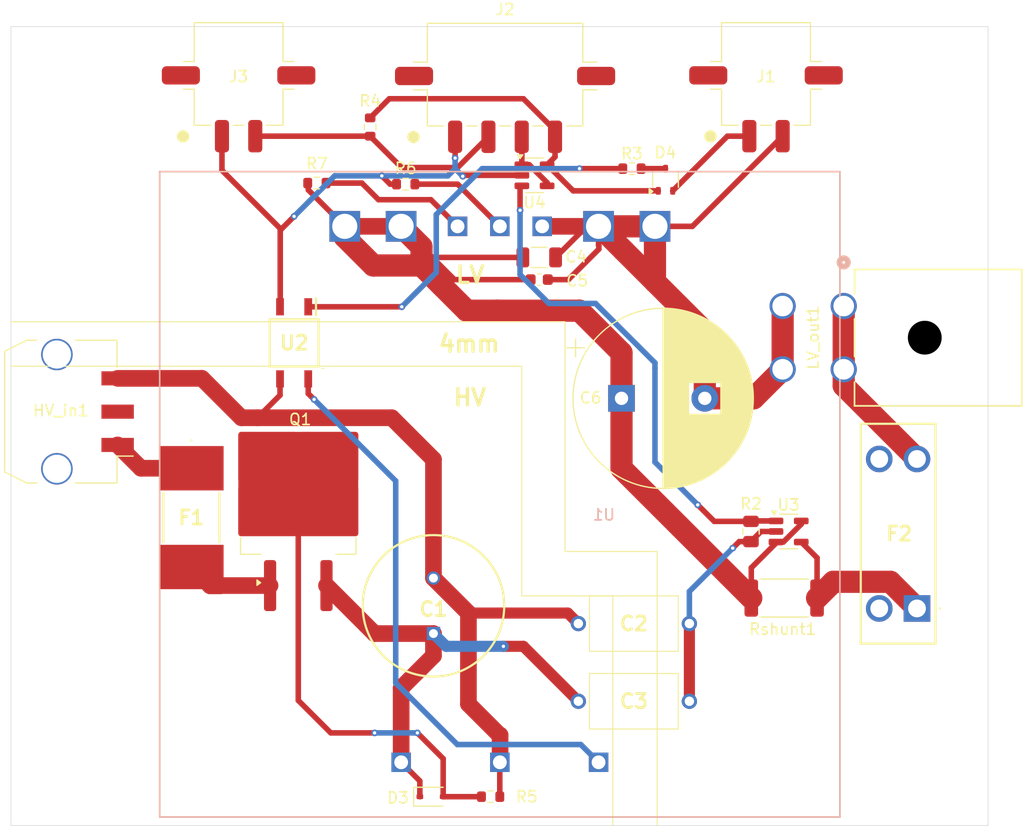
<source format=kicad_pcb>
(kicad_pcb
	(version 20240108)
	(generator "pcbnew")
	(generator_version "8.0")
	(general
		(thickness 1.6)
		(legacy_teardrops no)
	)
	(paper "A4")
	(layers
		(0 "F.Cu" signal)
		(1 "In1.Cu" power "GND")
		(2 "In2.Cu" power "PWR")
		(31 "B.Cu" signal)
		(32 "B.Adhes" user "B.Adhesive")
		(33 "F.Adhes" user "F.Adhesive")
		(34 "B.Paste" user)
		(35 "F.Paste" user)
		(36 "B.SilkS" user "B.Silkscreen")
		(37 "F.SilkS" user "F.Silkscreen")
		(38 "B.Mask" user)
		(39 "F.Mask" user)
		(40 "Dwgs.User" user "User.Drawings")
		(41 "Cmts.User" user "User.Comments")
		(42 "Eco1.User" user "User.Eco1")
		(43 "Eco2.User" user "User.Eco2")
		(44 "Edge.Cuts" user)
		(45 "Margin" user)
		(46 "B.CrtYd" user "B.Courtyard")
		(47 "F.CrtYd" user "F.Courtyard")
		(48 "B.Fab" user)
		(49 "F.Fab" user)
		(50 "User.1" user)
		(51 "User.2" user)
		(52 "User.3" user)
		(53 "User.4" user)
		(54 "User.5" user)
		(55 "User.6" user)
		(56 "User.7" user)
		(57 "User.8" user)
		(58 "User.9" user)
	)
	(setup
		(stackup
			(layer "F.SilkS"
				(type "Top Silk Screen")
			)
			(layer "F.Paste"
				(type "Top Solder Paste")
			)
			(layer "F.Mask"
				(type "Top Solder Mask")
				(thickness 0.01)
			)
			(layer "F.Cu"
				(type "copper")
				(thickness 0.035)
			)
			(layer "dielectric 1"
				(type "prepreg")
				(thickness 0.1)
				(material "FR4")
				(epsilon_r 4.5)
				(loss_tangent 0.02)
			)
			(layer "In1.Cu"
				(type "copper")
				(thickness 0.035)
			)
			(layer "dielectric 2"
				(type "core")
				(thickness 1.24)
				(material "FR4")
				(epsilon_r 4.5)
				(loss_tangent 0.02)
			)
			(layer "In2.Cu"
				(type "copper")
				(thickness 0.035)
			)
			(layer "dielectric 3"
				(type "prepreg")
				(thickness 0.1)
				(material "FR4")
				(epsilon_r 4.5)
				(loss_tangent 0.02)
			)
			(layer "B.Cu"
				(type "copper")
				(thickness 0.035)
			)
			(layer "B.Mask"
				(type "Bottom Solder Mask")
				(thickness 0.01)
			)
			(layer "B.Paste"
				(type "Bottom Solder Paste")
			)
			(layer "B.SilkS"
				(type "Bottom Silk Screen")
			)
			(copper_finish "None")
			(dielectric_constraints no)
		)
		(pad_to_mask_clearance 0)
		(allow_soldermask_bridges_in_footprints no)
		(pcbplotparams
			(layerselection 0x00010fc_ffffffff)
			(plot_on_all_layers_selection 0x0000000_00000000)
			(disableapertmacros no)
			(usegerberextensions no)
			(usegerberattributes yes)
			(usegerberadvancedattributes yes)
			(creategerberjobfile yes)
			(dashed_line_dash_ratio 12.000000)
			(dashed_line_gap_ratio 3.000000)
			(svgprecision 4)
			(plotframeref no)
			(viasonmask no)
			(mode 1)
			(useauxorigin no)
			(hpglpennumber 1)
			(hpglpenspeed 20)
			(hpglpendiameter 15.000000)
			(pdf_front_fp_property_popups yes)
			(pdf_back_fp_property_popups yes)
			(dxfpolygonmode yes)
			(dxfimperialunits yes)
			(dxfusepcbnewfont yes)
			(psnegative no)
			(psa4output no)
			(plotreference yes)
			(plotvalue yes)
			(plotfptext yes)
			(plotinvisibletext no)
			(sketchpadsonfab no)
			(subtractmaskfromsilk no)
			(outputformat 1)
			(mirror no)
			(drillshape 1)
			(scaleselection 1)
			(outputdirectory "")
		)
	)
	(net 0 "")
	(net 1 "/HV-")
	(net 2 "Net-(U1-+S)")
	(net 3 "GND")
	(net 4 "Net-(D4-Pad3)")
	(net 5 "/HV+")
	(net 6 "/LV_Cmeasure")
	(net 7 "Net-(R3-Pad2)")
	(net 8 "+3V3")
	(net 9 "/LV+")
	(net 10 "unconnected-(HV_in1-iso_space-Pad2)")
	(net 11 "/3V_buttoncell")
	(net 12 "/TEMP_TSDCDC")
	(net 13 "Net-(LV_out1-Pin_1)")
	(net 14 "Net-(U1-CNT)")
	(net 15 "Net-(D3-K)")
	(net 16 "Net-(Q1-D)")
	(net 17 "/G")
	(net 18 "Net-(U4-+)")
	(net 19 "Net-(U1-TRM)")
	(net 20 "Net-(U3--)")
	(footprint "Resistor_SMD:R_0603_1608Metric" (layer "F.Cu") (at 172.925 62.3 180))
	(footprint "footprints:VY1471M29Y5UC63V0" (layer "F.Cu") (at 178.1 110.3 180))
	(footprint "FaSTTUBe_connectors:Micro_Mate-N-Lok_2p_horizontal" (layer "F.Cu") (at 185 53.8925 180))
	(footprint "Resistor_SMD:R_0603_1608Metric" (layer "F.Cu") (at 144.55 63.6 180))
	(footprint "footprints:CAPPRD500W60D1275H2200" (layer "F.Cu") (at 155.05 104.2 90))
	(footprint "Capacitor_SMD:C_1206_3216Metric" (layer "F.Cu") (at 164.575 70.3))
	(footprint "footprints:VY1471M29Y5UC63V0" (layer "F.Cu") (at 168.1 103.3))
	(footprint "Capacitor_SMD:C_0603_1608Metric" (layer "F.Cu") (at 164.575 72.3))
	(footprint "Diode_SMD:D_SOD-323" (layer "F.Cu") (at 154.875 118.9))
	(footprint "Capacitor_THT:CP_Radial_D16.0mm_P7.50mm" (layer "F.Cu") (at 171.987246 83))
	(footprint "Resistor_SMD:R_0805_2012Metric" (layer "F.Cu") (at 183.65 95 -90))
	(footprint "Resistor_SMD:R_0603_1608Metric" (layer "F.Cu") (at 149.35 58.55 -90))
	(footprint "FaSTTUBe_connectors:Micro_Mate-N-Lok_2p_horizontal" (layer "F.Cu") (at 137.5 53.8925 180))
	(footprint "footprints:0ACG5000TE" (layer "F.Cu") (at 133.25 93.75 -90))
	(footprint "Package_TO_SOT_SMD:SOT-323_SC-70" (layer "F.Cu") (at 175.95 63.3 90))
	(footprint "Package_TO_SOT_SMD:SOT-23-5" (layer "F.Cu") (at 187.0375 95))
	(footprint "Resistor_SMD:R_2512_6332Metric" (layer "F.Cu") (at 186.6375 101))
	(footprint "Connector_Molex:Molex_Micro-Fit_3.0_43650-0310_1x03-1MP_P3.00mm_Horizontal_PnP" (layer "F.Cu") (at 121.485 84.2 90))
	(footprint "Resistor_SMD:R_0603_1608Metric" (layer "F.Cu") (at 160.2 118.9))
	(footprint "footprints:SOP254P700X210-4N" (layer "F.Cu") (at 142.5 78 -90))
	(footprint "Resistor_SMD:R_0603_1608Metric" (layer "F.Cu") (at 152.55 63.7))
	(footprint "Package_TO_SOT_SMD:TO-263-2" (layer "F.Cu") (at 142.875 92.225 90))
	(footprint "FaSTTUBe_connectors:Micro_Mate-N-Lok_4p_horizontal" (layer "F.Cu") (at 161.5 53.95 180))
	(footprint "footprints:01000066Z" (layer "F.Cu") (at 198.6 101.935 90))
	(footprint "Package_TO_SOT_SMD:SOT-23-5" (layer "F.Cu") (at 164.15 62.9))
	(footprint "footprints:CONN_SD-76825-0100_04_MOL" (layer "F.Cu") (at 192 74.683398 90))
	(footprint "footprints:PH300A_thru_PH600A_TDK" (layer "B.Cu") (at 169.92 115.8 90))
	(gr_line
		(start 163 80.1)
		(end 160.6 80.1)
		(stroke
			(width 0.1)
			(type default)
		)
		(layer "F.SilkS")
		(uuid "05857bcf-3526-4439-8327-564dc0c17d12")
	)
	(gr_line
		(start 166.9 76.1)
		(end 166.9 96.8)
		(stroke
			(width 0.1)
			(type default)
		)
		(layer "F.SilkS")
		(uuid "1fc52173-9aef-4f0f-ad22-083e3c6453ab")
	)
	(gr_line
		(start 171.2 121.5)
		(end 171.2 100.8)
		(stroke
			(width 0.1)
			(type default)
		)
		(layer "F.SilkS")
		(uuid "223c9ad0-6b08-4dc9-9bd2-2aef657c0bd8")
	)
	(gr_line
		(start 175.2 96.8)
		(end 175.2 121.5)
		(stroke
			(width 0.1)
			(type default)
		)
		(layer "F.SilkS")
		(uuid "22e68673-1eae-4349-9184-b39adaed9e80")
	)
	(gr_line
		(start 139.9 76.1)
		(end 117 76.1)
		(stroke
			(width 0.1)
			(type default)
		)
		(layer "F.SilkS")
		(uuid "24b265e0-8a3a-4238-bf39-c5d30c1f2a57")
	)
	(gr_line
		(start 166.95 96.8)
		(end 175.2 96.8)
		(stroke
			(width 0.1)
			(type default)
		)
		(layer "F.SilkS")
		(uuid "2d587eec-40d4-4329-8498-85a293c83152")
	)
	(gr_line
		(start 171.2 100.8)
		(end 163 100.8)
		(stroke
			(width 0.1)
			(type default)
		)
		(layer "F.SilkS")
		(uuid "39d73d19-323e-4ac8-94ee-ca381bf0a5ad")
	)
	(gr_line
		(start 166.9 76.1)
		(end 139.9 76.1)
		(stroke
			(width 0.1)
			(type default)
		)
		(layer "F.SilkS")
		(uuid "5c065674-b202-4c98-b5e2-81a09ca3d156")
	)
	(gr_line
		(start 163 100.8)
		(end 163 80.1)
		(stroke
			(width 0.1)
			(type default)
		)
		(layer "F.SilkS")
		(uuid "6a38399c-3e6a-4b37-aef4-e8cfd433f35e")
	)
	(gr_line
		(start 145 80.3)
		(end 145.2 80.3)
		(stroke
			(width 0.1)
			(type default)
		)
		(layer "F.SilkS")
		(uuid "8b8ddfbe-4d59-4e2e-becd-77af30fe5192")
	)
	(gr_line
		(start 117 80.1)
		(end 160.6 80.1)
		(stroke
			(width 0.1)
			(type default)
		)
		(layer "F.SilkS")
		(uuid "e2d7ce23-d480-48b6-b80d-4b38e336a166")
	)
	(gr_rect
		(start 117 49.5)
		(end 205 121.5)
		(stroke
			(width 0.05)
			(type default)
		)
		(fill none)
		(layer "Edge.Cuts")
		(uuid "ba0c01ec-98e4-49fb-b685-d01f1057929d")
	)
	(gr_text "HV"
		(at 156.7 83.8 0)
		(layer "F.SilkS")
		(uuid "61e49655-271c-4553-b59c-bb35f1be5a70")
		(effects
			(font
				(size 1.5 1.5)
				(thickness 0.3)
				(bold yes)
			)
			(justify left bottom)
		)
	)
	(gr_text "4mm"
		(at 155.35 78.95 0)
		(layer "F.SilkS")
		(uuid "7d4135bb-cb31-446a-81fe-db7eedee220b")
		(effects
			(font
				(size 1.5 1.5)
				(thickness 0.3)
				(bold yes)
			)
			(justify left bottom)
		)
	)
	(gr_text "LV"
		(at 156.9 72.75 0)
		(layer "F.SilkS")
		(uuid "a686acd8-bf27-49ab-a9d1-20defc3b7a1f")
		(effects
			(font
				(size 1.5 1.5)
				(thickness 0.3)
				(bold yes)
			)
			(justify left bottom)
		)
	)
	(segment
		(start 135.6 67.55)
		(end 137.65 67.55)
		(width 2)
		(layer "In1.Cu")
		(net 0)
		(uuid "04f7cbcb-a854-4ac7-a071-ca02b2509b9c")
	)
	(segment
		(start 186.45 67.5)
		(end 189.1 67.5)
		(width 2)
		(layer "In1.Cu")
		(net 0)
		(uuid "292df1a7-f187-4e21-9647-d4ea779f6b51")
	)
	(segment
		(start 133.2 67.55)
		(end 135.6 67.55)
		(width 2)
		(layer "In1.Cu")
		(net 0)
		(uuid "7d2d24ec-0015-4fa7-9cdc-2a477d34b33e")
	)
	(segment
		(start 186.45 67.5)
		(end 183.6 67.5)
		(width 2)
		(layer "In1.Cu")
		(net 0)
		(uuid "85043be4-0af1-4518-9c53-680d8dd5d77d")
	)
	(segment
		(start 184.15 115.9)
		(end 188.7 115.9)
		(width 2)
		(layer "In1.Cu")
		(net 0)
		(uuid "daa0ce03-9f90-4c3d-b6fc-eaa0378bce16")
	)
	(segment
		(start 161.025 118.9)
		(end 161.025 115.805)
		(width 0.5)
		(layer "F.Cu")
		(net 1)
		(uuid "0aabee33-4019-40fe-b3b7-db0eba1bcb2c")
	)
	(segment
		(start 158.2 102.35)
		(end 158.2 110.55)
		(width 1.5)
		(layer "F.Cu")
		(net 1)
		(uuid "33ce06df-4dda-4943-b962-e21d0cec003c")
	)
	(segment
		(start 168.1 103.3)
		(end 167.15 102.35)
		(width 1)
		(layer "F.Cu")
		(net 1)
		(uuid "3e58a281-c5aa-483b-b46a-ca4b1d45e61e")
	)
	(segment
		(start 139.2 84.75)
		(end 151.3 84.75)
		(width 1.5)
		(layer "F.Cu")
		(net 1)
		(uuid "422f6dc2-db0d-4758-b45d-250516ee6438")
	)
	(segment
		(start 155.05 88.5)
		(end 155.05 99.2)
		(width 1.5)
		(layer "F.Cu")
		(net 1)
		(uuid "502fedf8-1b4c-4f60-ac03-67c27e178373")
	)
	(segment
		(start 134.2 81.2)
		(end 137.75 84.75)
		(width 1.5)
		(layer "F.Cu")
		(net 1)
		(uuid "5279ad07-eff4-48b8-9efc-2c8982fa382a")
	)
	(segment
		(start 161.05 115.78)
		(end 161.03 115.8)
		(width 1.5)
		(layer "F.Cu")
		(net 1)
		(uuid "550ad2a7-3c15-43a2-b9d1-e16ffbfbf5a1")
	)
	(segment
		(start 158.2 110.55)
		(end 161 113.35)
		(width 1.5)
		(layer "F.Cu")
		(net 1)
		(uuid "682b7b16-ff6e-49c7-a243-0b05f8d9a902")
	)
	(segment
		(start 151.3 84.75)
		(end 155.05 88.5)
		(width 1.5)
		(layer "F.Cu")
		(net 1)
		(uuid "7044a41f-3706-4206-b4b3-0602a4bb8325")
	)
	(segment
		(start 137.75 84.75)
		(end 139.2 84.75)
		(width 1.5)
		(layer "F.Cu")
		(net 1)
		(uuid "71f87529-5264-4b61-be58-8ba501a9b153")
	)
	(segment
		(start 141.23 81.25)
		(end 141.23 82.72)
		(width 0.5)
		(layer "F.Cu")
		(net 1)
		(uuid "76a40ef0-75a9-402f-9525-c1371757b91a")
	)
	(segment
		(start 161.05 113.35)
		(end 161.05 115.78)
		(width 1.5)
		(layer "F.Cu")
		(net 1)
		(uuid "7b97c934-0ecd-464c-8e34-e955280c9032")
	)
	(segment
		(start 161.025 115.805)
		(end 161.03 115.8)
		(width 0.5)
		(layer "F.Cu")
		(net 1)
		(uuid "cb42331e-1da5-4aea-b303-c3171f789aa2")
	)
	(segment
		(start 167.15 102.35)
		(end 158.2 102.35)
		(width 1)
		(layer "F.Cu")
		(net 1)
		(uuid "dbf99225-b9bf-4122-a19d-b5a58c81284c")
	)
	(segment
		(start 126.605 81.2)
		(end 134.2 81.2)
		(width 1.5)
		(layer "F.Cu")
		(net 1)
		(uuid "dc3e883d-c315-491f-a36b-8df841c05bc2")
	)
	(segment
		(start 141.23 82.72)
		(end 139.2 84.75)
		(width 0.5)
		(layer "F.Cu")
		(net 1)
		(uuid "ec8b2827-3b42-4da7-a8fd-9cf4825bbf4f")
	)
	(segment
		(start 155.05 99.2)
		(end 158.2 102.35)
		(width 1.5)
		(layer "F.Cu")
		(net 1)
		(uuid "ecc1146e-8f35-465c-933d-8c6b6be7cde4")
	)
	(segment
		(start 161 113.35)
		(end 161.05 113.35)
		(width 1.5)
		(layer "F.Cu")
		(net 1)
		(uuid "fee6cfd8-775d-49ff-b9ae-f97b7ace18a1")
	)
	(segment
		(start 148.6 63.6)
		(end 150.1 65.1)
		(width 0.5)
		(layer "F.Cu")
		(net 2)
		(uuid "07426abf-c52f-47d9-9d72-171c8d0ed675")
	)
	(segment
		(start 150.1 65.1)
		(end 154.82 65.1)
		(width 0.5)
		(layer "F.Cu")
		(net 2)
		(uuid "41a6e0eb-53b3-4f6f-ba3b-6ca715d774ee")
	)
	(segment
		(start 154.82 65.1)
		(end 157.22 67.5)
		(width 0.5)
		(layer "F.Cu")
		(net 2)
		(uuid "e2861b46-e1e6-45d7-aad8-ab75b18673cf")
	)
	(segment
		(start 145.425 63.6)
		(end 148.6 63.6)
		(width 0.5)
		(layer "F.Cu")
		(net 2)
		(uuid "ee333ac6-0608-43bb-90df-2fbd3174f615")
	)
	(segment
		(start 157.2 67.5)
		(end 157.22 67.5)
		(width 0.2)
		(layer "F.Cu")
		(net 2)
		(uuid "ffecd4e3-39b2-4d09-b5a6-4e4748690924")
	)
	(segment
		(start 169.95 69.25)
		(end 169.92 69.22)
		(width 0.5)
		(layer "F.Cu")
		(net 3)
		(uuid "09e3d3f4-1b78-45cb-9574-688b75ab4ae2")
	)
	(segment
		(start 175 67.5)
		(end 175 72.5)
		(width 2)
		(layer "F.Cu")
		(net 3)
		(uuid "12fb956a-d338-40ba-8571-4962271d59f2")
	)
	(segment
		(start 151.725 63.7)
		(end 151.15 63.7)
		(width 0.5)
		(layer "F.Cu")
		(net 3)
		(uuid "1c7c97c5-6cd5-4331-8a7a-c252295b7582")
	)
	(segment
		(start 169.92 67.5)
		(end 175 67.5)
		(width 2)
		(layer "F.Cu")
		(net 3)
		(uuid "1e7eee85-e0e3-4af2-98fc-3b5a19f8fab7")
	)
	(segment
		(start 141.25 68.1)
		(end 141.25 74.73)
		(width 0.5)
		(layer "F.Cu")
		(net 3)
		(uuid "23bb8e09-ff95-4027-8973-4859ba6524d5")
	)
	(segment
		(start 169.95 69.55)
		(end 169.95 69.25)
		(width 0.5)
		(layer "F.Cu")
		(net 3)
		(uuid "2f135cd9-bce6-4932-8690-0b43613f4fa7")
	)
	(segment
		(start 175 72.5)
		(end 179.55 77.05)
		(width 2)
		(layer "F.Cu")
		(net 3)
		(uuid "31380a83-cdad-4617-90cb-34da716fc854")
	)
	(segment
		(start 141.25 67.85)
		(end 141.25 68.1)
		(width 0.5)
		(layer "F.Cu")
		(net 3)
		(uuid "3280d6fb-20a9-4985-8ac3-1418b41b86f0")
	)
	(segment
		(start 157.687169 62.987169)
		(end 157.774338 62.9)
		(width 0.5)
		(layer "F.Cu")
		(net 3)
		(uuid "34081c37-7b51-4ac9-938a-793de06836bc")
	)
	(segment
		(start 157 59.43)
		(end 157 61.35)
		(width 0.5)
		(layer "F.Cu")
		(net 3)
		(uuid "37cd3005-68e2-4815-9851-47d7fd6bfa99")
	)
	(segment
		(start 141.25 67.7)
		(end 141.25 68.1)
		(width 0.5)
		(layer "F.Cu")
		(net 3)
		(uuid "39238f0a-ab05-4a84-a4ec-ede76bbabbbe")
	)
	(segment
		(start 183.6375 95.9125)
		(end 182.5875 95.9125)
		(width 0.5)
		(layer "F.Cu")
		(net 3)
		(uuid "453c8724-20d5-4a3f-9bb4-0486774580cd")
	)
	(segment
		(start 172.2 69.7)
		(end 170 67.5)
		(width 2)
		(layer "F.Cu")
		(net 3)
		(uuid "47dc411f-b677-4314-af71-d50237600aa8")
	)
	(segment
		(start 179.487246 83)
		(end 183.883403 83)
		(width 2)
		(layer "F.Cu")
		(net 3)
		(uuid "4994c813-e62b-41a9-a2d3-c743b7d46445")
	)
	(segment
		(start 164.84 67.5)
		(end 169.92 67.5)
		(width 1.5)
		(layer "F.Cu")
		(net 3)
		(uuid "59756fb2-8cc9-405a-a227-207f1154f0c0")
	)
	(segment
		(start 179.55 77.05)
		(end 179.487246 77.112754)
		(width 2)
		(layer "F.Cu")
		(net 3)
		(uuid "5f7d4384-fd0a-4602-a6e9-6de536974898")
	)
	(segment
		(start 169.92 69.22)
		(end 169.92 67.5)
		(width 0.5)
		(layer "F.Cu")
		(net 3)
		(uuid "69456a55-fd4d-4d09-96cc-8f0689713255")
	)
	(segment
		(start 151.15 63.7)
		(end 150.4 62.95)
		(width 0.5)
		(layer "F.Cu")
		(net 3)
		(uuid "6f4317df-4189-43d1-b0aa-dbc025157869")
	)
	(segment
		(start 170 67.5)
		(en
... [132658 chars truncated]
</source>
